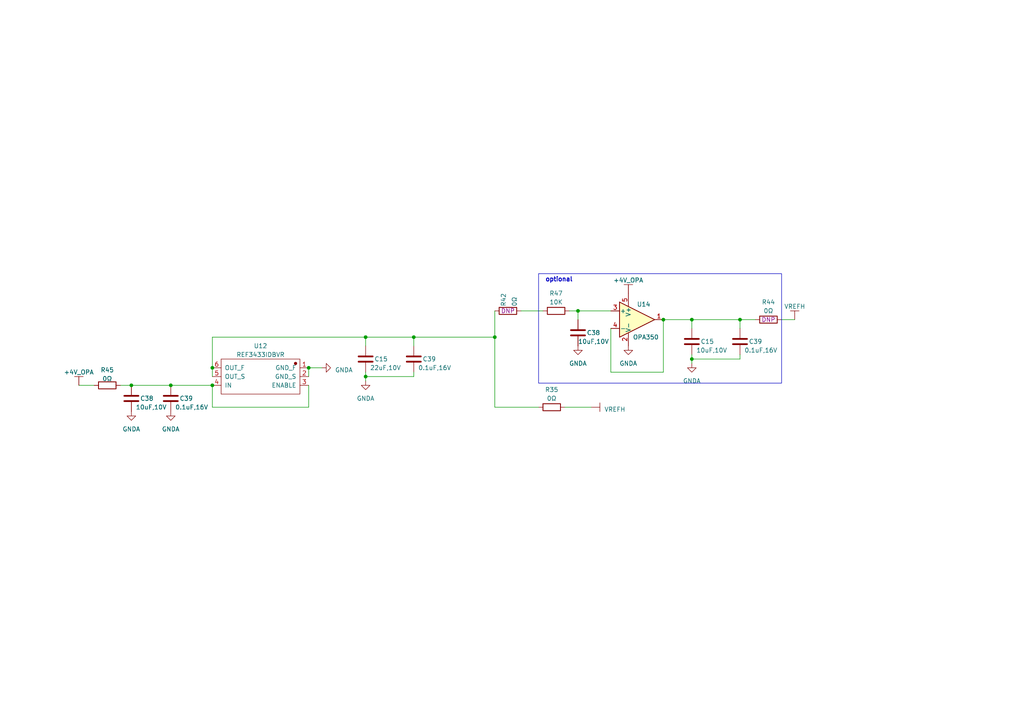
<source format=kicad_sch>
(kicad_sch (version 20230121) (generator eeschema)
  (paper "A4")
  (lib_symbols
    (symbol "02_HPM_Resis:0Ω" (pin_numbers hide) (pin_names (offset 0))
      (property "Reference" "R" (at -3.81 0.635 0))
      (property "Value" "0Ω" (at 5.08 0.635 0))
      (symbol "0Ω_0_1"
        (rectangle (start 2.54 -1.016) (end -2.54 1.016) (stroke (width 0.254)))
      )
      (symbol "0Ω_1_1"
        (pin passive line (at -3.81 0 0) (length 1.27) (name "~") (number "1"))
        (pin passive line (at 3.81 0 180) (length 1.27) (name "~") (number "2"))
      )
    )
    (symbol "02_HPM_Resis:10K" (pin_numbers hide) (pin_names (offset 0))
      (property "Reference" "R" (at -3.81 0.635 0))
      (property "Value" "10K" (at 4.445 0.635 0))
      (symbol "10K_0_1"
        (rectangle (start 2.54 -1.016) (end -2.54 1.016) (stroke (width 0.254)))
      )
      (symbol "10K_1_1"
        (pin passive line (at -3.81 0 0) (length 1.27) (name "~") (number "1"))
        (pin passive line (at 3.81 0 180) (length 1.27) (name "~") (number "2"))
      )
    )
    (symbol "02_HPM_Resis:10Ω" (pin_numbers hide) (pin_names (offset 0))
      (property "Reference" "R" (at -3.81 0.635 0))
      (property "Value" "10Ω" (at 5.08 0.635 0))
      (symbol "10Ω_0_1"
        (rectangle (start 2.54 -1.016) (end -2.54 1.016) (stroke (width 0.254)))
      )
      (symbol "10Ω_1_1"
        (pin passive line (at -3.81 0 0) (length 1.27) (name "~") (number "1"))
        (pin passive line (at 3.81 0 180) (length 1.27) (name "~") (number "2"))
      )
    )
    (symbol "03_HPM_CAP:0.1uF,16V" (pin_numbers hide) (pin_names (offset 0.254))
      (property "Reference" "C" (at 0.635 2.54 0))
      (property "Value" "0.1uF,16V" (at 0.635 -2.54 0))
      (symbol "0.1uF,16V_0_1"
        (polyline (pts (xy -2.032 -0.762) (xy 2.032 -0.762)) (stroke (width 0.508)))
        (polyline (pts (xy -2.032 0.762) (xy 2.032 0.762)) (stroke (width 0.508)))
      )
      (symbol "0.1uF,16V_1_1"
        (pin passive line (at 0 3.81 270) (length 2.794) (name "~") (number "1"))
        (pin passive line (at 0 -3.81 90) (length 2.794) (name "~") (number "2"))
      )
    )
    (symbol "03_HPM_CAP:10uF,10V" (pin_numbers hide) (pin_names (offset 0.254))
      (property "Reference" "C" (at 0.635 2.54 0))
      (property "Value" "10uF,10V" (at 0.635 -2.54 0))
      (symbol "10uF,10V_0_1"
        (polyline (pts (xy -2.032 -0.762) (xy 2.032 -0.762)) (stroke (width 0.508)))
        (polyline (pts (xy -2.032 0.762) (xy 2.032 0.762)) (stroke (width 0.508)))
      )
      (symbol "10uF,10V_1_1"
        (pin passive line (at 0 3.81 270) (length 2.794) (name "~") (number "1"))
        (pin passive line (at 0 -3.81 90) (length 2.794) (name "~") (number "2"))
      )
    )
    (symbol "03_HPM_CAP:22uF,10V" (pin_numbers hide) (pin_names (offset 0.254))
      (property "Reference" "C" (at 0.635 2.54 0))
      (property "Value" "22uF,10V" (at 0.635 -2.54 0))
      (symbol "22uF,10V_0_1"
        (polyline (pts (xy -2.032 -0.762) (xy 2.032 -0.762)) (stroke (width 0.508)))
        (polyline (pts (xy -2.032 0.762) (xy 2.032 0.762)) (stroke (width 0.508)))
      )
      (symbol "22uF,10V_1_1"
        (pin passive line (at 0 3.81 270) (length 2.794) (name "~") (number "1"))
        (pin passive line (at 0 -3.81 90) (length 2.794) (name "~") (number "2"))
      )
    )
    (symbol "Amplifier_Operational:OPA356xxDBV" (pin_names (offset 0.127))
      (property "Reference" "U" (at -1.27 6.35 0))
      (property "Value" "OPA356xxDBV" (at -1.27 3.81 0))
      (symbol "OPA356xxDBV_0_1"
        (polyline (pts (xy -5.08 5.08) (xy 5.08 0) (xy -5.08 -5.08) (xy -5.08 5.08)) (stroke (width 0.254)) (fill (type background)))
        (pin power_in line (at -2.54 -7.62 90) (length 3.81) (name "V-") (number "2"))
        (pin power_in line (at -2.54 7.62 270) (length 3.81) (name "V+") (number "5"))
      )
      (symbol "OPA356xxDBV_1_1"
        (pin output line (at 7.62 0 180) (length 2.54) (name "~") (number "1"))
        (pin input line (at -7.62 2.54 0) (length 2.54) (name "+") (number "3"))
        (pin input line (at -7.62 -2.54 0) (length 2.54) (name "-") (number "4"))
      )
    )
    (symbol "hpm_power:+4V_OPA" (power) (pin_numbers hide) (pin_names (offset 0) hide) (in_bom no) (on_board no)
      (property "Value" "+4V_OPA" (at 0 3.81 0))
      (symbol "+4V_OPA_0_1"
        (polyline (pts (xy -1.27 2.54) (xy 1.27 2.54)))
      )
      (symbol "+4V_OPA_1_1"
        (pin power_in line (at 0 0 90) (length 2.54) (name "+4V_OPA") (number "1"))
      )
    )
    (symbol "hpm_power:VREFH" (power) (pin_numbers hide) (pin_names (offset 0) hide) (in_bom no) (on_board no)
      (property "Value" "VREFH" (at 0 3.81 0))
      (symbol "VREFH_0_1"
        (polyline (pts (xy -1.27 2.54) (xy 1.27 2.54)))
      )
      (symbol "VREFH_1_1"
        (pin power_in line (at 0 0 90) (length 2.54) (name "VREFH") (number "1"))
      )
    )
    (symbol "kicad_lceda:REF3433IDBVR" (pin_names (offset 1.016))
      (property "Reference" "U" (at 0 7.6962 0))
      (property "Value" "REF3433IDBVR" (at 0 12.7762 0))
      (symbol "REF3433IDBVR_1_1"
        (rectangle (start -11.43 5.08) (end 11.43 -5.08) (stroke (width 0.1524)))
        (circle (center -10.16 3.81) (radius 0.381) (stroke (width 0.1524)) (fill (type outline)))
        (pin input line (at -13.97 2.54 0) (length 2.54) (name "GND_F") (number "1"))
        (pin input line (at -13.97 0 0) (length 2.54) (name "GND_S") (number "2"))
        (pin input line (at -13.97 -2.54 0) (length 2.54) (name "ENABLE") (number "3"))
        (pin input line (at 13.97 -2.54 180) (length 2.54) (name "IN") (number "4"))
        (pin input line (at 13.97 0 180) (length 2.54) (name "OUT_S") (number "5"))
        (pin input line (at 13.97 2.54 180) (length 2.54) (name "OUT_F") (number "6"))
      )
    )
    (symbol "power:GNDA" (power) (pin_names (offset 0))
      (property "Value" "GNDA" (at 0 -3.81 0))
      (symbol "GNDA_0_1"
        (polyline (pts (xy 0 0) (xy 0 -1.27) (xy 1.27 -1.27) (xy 0 -2.54) (xy -1.27 -1.27) (xy 0 -1.27)))
      )
      (symbol "GNDA_1_1"
        (pin power_in line (at 0 0 270) (length 0) hide (name "GNDA") (number "1"))
      )
    )
  )
  (junction (at 192.405 92.71))
  (junction (at 106.045 109.22))
  (junction (at 214.63 92.71))
  (junction (at 200.66 104.14))
  (junction (at 200.66 92.71))
  (junction (at 49.53 111.76))
  (junction (at 143.51 97.79))
  (junction (at 106.045 97.79))
  (junction (at 120.015 97.79))
  (junction (at 61.595 111.76))
  (junction (at 38.1 111.76))
  (junction (at 89.535 106.68))
  (junction (at 167.64 90.17))
  (junction (at 61.595 106.68))
  (wire (pts (xy 177.165 95.25) (xy 177.165 107.95)))
  (wire (pts (xy 200.66 92.71) (xy 200.66 95.25)))
  (wire (pts (xy 214.63 95.25) (xy 214.63 92.71)))
  (wire (pts (xy 106.045 97.79) (xy 120.015 97.79)))
  (wire (pts (xy 165.1 90.17) (xy 167.64 90.17)))
  (wire (pts (xy 167.64 90.17) (xy 167.64 92.71)))
  (wire (pts (xy 226.695 92.71) (xy 230.505 92.71)))
  (wire (pts (xy 106.045 109.22) (xy 106.045 107.95)))
  (wire (pts (xy 38.1 111.76) (xy 49.53 111.76)))
  (wire (pts (xy 49.53 111.76) (xy 61.595 111.76)))
  (wire (pts (xy 171.45 118.11) (xy 163.83 118.11)))
  (wire (pts (xy 143.51 118.11) (xy 156.21 118.11)))
  (wire (pts (xy 106.045 110.49) (xy 106.045 109.22)))
  (wire (pts (xy 120.015 107.95) (xy 120.015 109.22)))
  (wire (pts (xy 38.1 111.76) (xy 34.925 111.76)))
  (wire (pts (xy 143.51 97.79) (xy 143.51 90.17)))
  (wire (pts (xy 192.405 92.71) (xy 200.66 92.71)))
  (wire (pts (xy 200.66 105.41) (xy 200.66 104.14)))
  (wire (pts (xy 89.535 118.11) (xy 61.595 118.11)))
  (wire (pts (xy 89.535 106.68) (xy 89.535 109.22)))
  (wire (pts (xy 200.66 92.71) (xy 214.63 92.71)))
  (wire (pts (xy 151.13 90.17) (xy 157.48 90.17)))
  (wire (pts (xy 61.595 118.11) (xy 61.595 111.76)))
  (wire (pts (xy 61.595 109.22) (xy 61.595 106.68)))
  (wire (pts (xy 167.64 90.17) (xy 177.165 90.17)))
  (wire (pts (xy 177.165 107.95) (xy 192.405 107.95)))
  (wire (pts (xy 214.63 102.87) (xy 214.63 104.14)))
  (wire (pts (xy 200.66 104.14) (xy 200.66 102.87)))
  (wire (pts (xy 120.015 100.33) (xy 120.015 97.79)))
  (wire (pts (xy 93.345 106.68) (xy 89.535 106.68)))
  (wire (pts (xy 192.405 107.95) (xy 192.405 92.71)))
  (wire (pts (xy 120.015 97.79) (xy 143.51 97.79)))
  (wire (pts (xy 214.63 92.71) (xy 219.075 92.71)))
  (wire (pts (xy 106.045 97.79) (xy 106.045 100.33)))
  (wire (pts (xy 200.66 104.14) (xy 214.63 104.14)))
  (wire (pts (xy 143.51 97.79) (xy 143.51 118.11)))
  (wire (pts (xy 22.86 111.76) (xy 27.305 111.76)))
  (wire (pts (xy 61.595 97.79) (xy 61.595 106.68)))
  (wire (pts (xy 89.535 111.76) (xy 89.535 118.11)))
  (wire (pts (xy 61.595 97.79) (xy 106.045 97.79)))
  (wire (pts (xy 106.045 109.22) (xy 120.015 109.22)))
  (rectangle (start 156.21 79.375) (end 226.695 111.125))
  (text "optional" (at 158.115 81.915 0) (effects (font (size 1.27 1.27) (thickness 0.254) bold) (justify left bottom)))
  (symbol (lib_id "kicad_lceda:REF3433IDBVR") (at 75.565 109.22 0) (mirror y) (unit 1)
    (property "Reference" "U12" (at 75.565 100.33 0))
    (property "Value" "REF3433IDBVR" (at 75.565 102.87 0))
    (property "Footprint" "kicad_lceda:TSOT-23-6_L2.9-W1.6-P0.95-LS2.8-TL" (effects hide))
    (property "SuppliersPartNumber" "C882722" (effects hide))
    (property "uuid" "std:0c9ceb81bcbd48178b467e87fa28b230" (effects hide))
  )
  (symbol (lib_id "hpm_power:VREFH") (at 171.45 118.11 270) (unit 1) (in_bom no) (on_board no)
    (property "Reference" "#PWR098" (effects hide))
    (property "Value" "VREFH" (at 175.26 118.745 90) (effects (justify left)))
  )
  (symbol (lib_id "03_HPM_CAP:0.1uF,16V") (at 120.015 104.14 0) (unit 1)
    (property "Reference" "C39" (at 122.555 104.14 0) (effects (justify left)))
    (property "Value" "0.1uF,16V" (at 121.285 106.68 0) (effects (justify left)))
    (property "Footprint" "03_HPM_CAP:C_0402_1005Metric" (effects hide))
    (instances (project "HPM6750_ADC_EVK_RevA" (path "" (reference "C39") (unit 1)) (path "" (reference "C54") (unit 1))))
  )
  (symbol (lib_id "03_HPM_CAP:22uF,10V") (at 200.66 99.06 0) (unit 1)
    (property "Reference" "C15" (at 203.2 99.06 0) (effects (justify left)))
    (property "Value" "10uF,10V" (at 201.93 101.6 0) (effects (justify left)))
    (property "Footprint" "03_HPM_CAP:C_0603_1608Metric" (effects hide))
    (instances (project "HPM6750_ADC_EVK_RevA" (path "" (reference "C15") (unit 1)) (path "" (reference "C31") (unit 1))))
  )
  (symbol (lib_id "power:GNDA") (at 38.1 119.38 0) (unit 1)
    (property "Reference" "#PWR074" (effects hide))
    (property "Value" "GNDA" (at 38.1 124.46 0))
    (instances (project "HPM6750_ADC_EVK_RevA" (path "" (reference "#PWR074") (unit 1)) (path "" (reference "#PWR094") (unit 1))))
  )
  (symbol (lib_id "hpm_power:+4V_OPA") (at 22.86 111.76 0) (unit 1) (in_bom no) (on_board no)
    (property "Reference" "#PWR057" (effects hide))
    (property "Value" "+4V_OPA" (at 22.86 107.95 0))
    (instances (project "HPM6750_ADC_EVK_RevA" (path "" (reference "#PWR057") (unit 1)) (path "" (reference "#PWR093") (unit 1))))
  )
  (symbol (lib_id "02_HPM_Resis:0Ω") (at 160.02 118.11 0) (unit 1)
    (property "Reference" "R35" (at 160.02 113.03 0))
    (property "Value" "0Ω" (at 160.02 115.57 0))
    (property "Footprint" "02_HPM_Resis:R_0402_1005Metric" (effects hide))
  )
  (symbol (lib_id "power:GNDA") (at 182.245 100.33 0) (unit 1)
    (property "Reference" "#PWR074" (effects hide))
    (property "Value" "GNDA" (at 182.245 105.41 0))
    (instances (project "HPM6750_ADC_EVK_RevA" (path "" (reference "#PWR074") (unit 1)) (path "" (reference "#PWR0105") (unit 1))))
  )
  (symbol (lib_id "03_HPM_CAP:0.1uF,16V") (at 214.63 99.06 0) (unit 1)
    (property "Reference" "C39" (at 217.17 99.06 0) (effects (justify left)))
    (property "Value" "0.1uF,16V" (at 215.9 101.6 0) (effects (justify left)))
    (property "Footprint" "03_HPM_CAP:C_0402_1005Metric" (effects hide))
    (instances (project "HPM6750_ADC_EVK_RevA" (path "" (reference "C39") (unit 1)) (path "" (reference "C49") (unit 1))))
  )
  (symbol (lib_id "03_HPM_CAP:22uF,10V") (at 106.045 104.14 0) (unit 1)
    (property "Reference" "C15" (at 108.585 104.14 0) (effects (justify left)))
    (property "Value" "22uF,10V" (at 107.315 106.68 0) (effects (justify left)))
    (property "Footprint" "03_HPM_CAP:C_0603_1608Metric" (effects hide))
    (instances (project "HPM6750_ADC_EVK_RevA" (path "" (reference "C15") (unit 1)) (path "" (reference "C52") (unit 1))))
  )
  (symbol (lib_id "power:GNDA") (at 93.345 106.68 90) (unit 1)
    (property "Reference" "#PWR074" (effects hide))
    (property "Value" "GNDA" (at 97.155 107.315 90) (effects (justify right)))
    (instances (project "HPM6750_ADC_EVK_RevA" (path "" (reference "#PWR074") (unit 1)) (path "" (reference "#PWR096") (unit 1))))
  )
  (symbol (lib_id "power:GNDA") (at 200.66 105.41 0) (unit 1)
    (property "Reference" "#PWR074" (effects hide))
    (property "Value" "GNDA" (at 200.66 110.49 0))
    (instances (project "HPM6750_ADC_EVK_RevA" (path "" (reference "#PWR074") (unit 1)) (path "" (reference "#PWR091") (unit 1))))
  )
  (symbol (lib_id "02_HPM_Resis:0Ω") (at 222.885 92.71 0) (unit 1)
    (property "Reference" "R44" (at 222.885 87.63 0))
    (property "Value" "0Ω" (at 222.885 90.17 0))
    (property "Footprint" "02_HPM_Resis:R_0402_1005Metric" (effects hide))
    (property "DNP" "DNP" (at 222.885 92.71 0))
  )
  (symbol (lib_id "power:GNDA") (at 106.045 110.49 0) (unit 1)
    (property "Reference" "#PWR074" (effects hide))
    (property "Value" "GNDA" (at 106.045 115.57 0))
    (instances (project "HPM6750_ADC_EVK_RevA" (path "" (reference "#PWR074") (unit 1)) (path "" (reference "#PWR097") (unit 1))))
  )
  (symbol (lib_id "hpm_power:+4V_OPA") (at 182.245 85.09 0) (unit 1) (in_bom no) (on_board no)
    (property "Reference" "#PWR057" (effects hide))
    (property "Value" "+4V_OPA" (at 182.245 81.28 0))
    (instances (project "HPM6750_ADC_EVK_RevA" (path "" (reference "#PWR057") (unit 1)) (path "" (reference "#PWR060") (unit 1))))
  )
  (symbol (lib_id "03_HPM_CAP:10uF,10V") (at 167.64 96.52 0) (unit 1)
    (property "Reference" "C38" (at 170.18 96.52 0) (effects (justify left)))
    (property "Value" "10uF,10V" (at 167.64 99.06 0) (effects (justify left)))
    (property "Footprint" "03_HPM_CAP:C_0603_1608Metric" (effects hide))
    (instances (project "HPM6750_ADC_EVK_RevA" (path "" (reference "C38") (unit 1)) (path "" (reference "C56") (unit 1))))
  )
  (symbol (lib_id "power:GNDA") (at 167.64 100.33 0) (unit 1)
    (property "Reference" "#PWR074" (effects hide))
    (property "Value" "GNDA" (at 167.64 105.41 0))
    (instances (project "HPM6750_ADC_EVK_RevA" (path "" (reference "#PWR074") (unit 1)) (path "" (reference "#PWR0104") (unit 1))))
  )
  (symbol (lib_id "power:GNDA") (at 49.53 119.38 0) (unit 1)
    (property "Reference" "#PWR074" (effects hide))
    (property "Value" "GNDA" (at 49.53 124.46 0))
    (instances (project "HPM6750_ADC_EVK_RevA" (path "" (reference "#PWR074") (unit 1)) (path "" (reference "#PWR095") (unit 1))))
  )
  (symbol (lib_id "02_HPM_Resis:10Ω") (at 31.115 111.76 0) (unit 1)
    (property "Reference" "R45" (at 31.115 107.315 0))
    (property "Value" "0Ω" (at 31.115 109.855 0))
    (property "Footprint" "02_HPM_Resis:R_0402_1005Metric" (effects hide))
  )
  (symbol (lib_id "02_HPM_Resis:0Ω") (at 147.32 90.17 180) (unit 1)
    (property "Reference" "R42" (at 146.05 88.9 90) (effects (justify right)))
    (property "Value" "0Ω" (at 149.225 88.9 90) (effects (justify right)))
    (property "Footprint" "02_HPM_Resis:R_0402_1005Metric" (effects hide))
    (property "DNP" "DNP" (at 147.32 90.17 0))
  )
  (symbol (lib_id "03_HPM_CAP:10uF,10V") (at 38.1 115.57 0) (unit 1)
    (property "Reference" "C38" (at 40.64 115.57 0) (effects (justify left)))
    (property "Value" "10uF,10V" (at 39.37 118.11 0) (effects (justify left)))
    (property "Footprint" "03_HPM_CAP:C_0402_1005Metric" (effects hide))
    (instances (project "HPM6750_ADC_EVK_RevA" (path "" (reference "C38") (unit 1)) (path "" (reference "C50") (unit 1))))
  )
  (symbol (lib_id "02_HPM_Resis:10K") (at 161.29 90.17 0) (unit 1)
    (property "Reference" "R47" (at 161.29 85.09 0))
    (property "Value" "10K" (at 161.29 87.63 0))
    (property "Footprint" "02_HPM_Resis:R_0402_1005Metric" (effects hide))
  )
  (symbol (lib_id "Amplifier_Operational:OPA356xxDBV") (at 184.785 92.71 0) (unit 1)
    (property "Reference" "U14" (at 186.69 88.265 0))
    (property "Value" "OPA350" (at 187.325 97.79 0))
    (property "Footprint" "Package_TO_SOT_SMD:SOT-23-5" (effects hide))
    (property "Datasheet" "http://www.ti.com/lit/ds/symlink/opa356.pdf" (effects hide))
  )
  (symbol (lib_id "hpm_power:VREFH") (at 230.505 92.71 0) (unit 1) (in_bom no) (on_board no)
    (property "Reference" "#PWR092" (effects hide))
    (property "Value" "VREFH" (at 230.505 88.9 0))
  )
  (symbol (lib_id "03_HPM_CAP:0.1uF,16V") (at 49.53 115.57 0) (unit 1)
    (property "Reference" "C39" (at 52.07 115.57 0) (effects (justify left)))
    (property "Value" "0.1uF,16V" (at 50.8 118.11 0) (effects (justify left)))
    (property "Footprint" "03_HPM_CAP:C_0402_1005Metric" (effects hide))
    (instances (project "HPM6750_ADC_EVK_RevA" (path "" (reference "C39") (unit 1)) (path "" (reference "C51") (unit 1))))
  )
)
</source>
